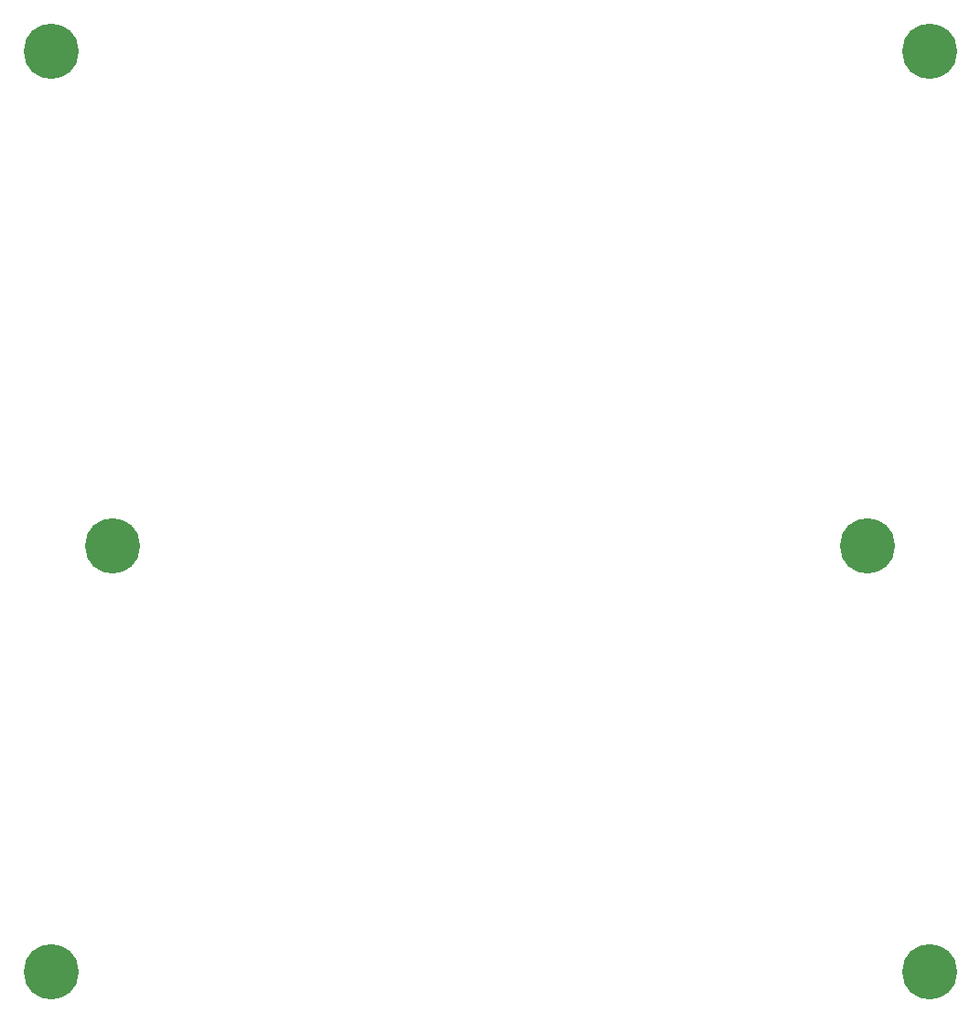
<source format=gts>
%TF.GenerationSoftware,KiCad,Pcbnew,(5.1.8)-1*%
%TF.CreationDate,2021-04-11T21:11:18+02:00*%
%TF.ProjectId,ZX Interface 2021 FA1,5a582049-6e74-4657-9266-616365203230,rev?*%
%TF.SameCoordinates,Original*%
%TF.FileFunction,Soldermask,Top*%
%TF.FilePolarity,Negative*%
%FSLAX46Y46*%
G04 Gerber Fmt 4.6, Leading zero omitted, Abs format (unit mm)*
G04 Created by KiCad (PCBNEW (5.1.8)-1) date 2021-04-11 21:11:18*
%MOMM*%
%LPD*%
G01*
G04 APERTURE LIST*
%ADD10C,5.100000*%
G04 APERTURE END LIST*
D10*
%TO.C,M1*%
X105410000Y-134620000D03*
%TD*%
%TO.C,M2*%
X186690000Y-134620000D03*
%TD*%
%TO.C,M3*%
X186690000Y-49530000D03*
%TD*%
%TO.C,M5*%
X180975000Y-95250000D03*
%TD*%
%TO.C,M6*%
X111125000Y-95250000D03*
%TD*%
%TO.C,M4*%
X105410000Y-49530000D03*
%TD*%
M02*

</source>
